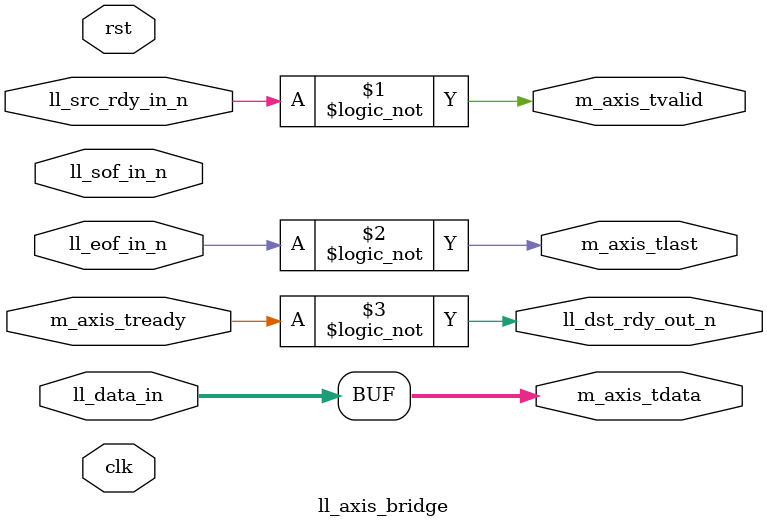
<source format=v>


`resetall
`timescale 1ns / 1ps
`default_nettype none

/*
 * LocalLink to AXI4-Stream bridge
 */
module ll_axis_bridge #
(
    parameter DATA_WIDTH = 8
)
(
    input  wire                   clk,
    input  wire                   rst,

    /*
     * LocalLink input
     */
    input  wire [DATA_WIDTH-1:0]  ll_data_in,
    input  wire                   ll_sof_in_n,
    input  wire                   ll_eof_in_n,
    input  wire                   ll_src_rdy_in_n,
    output wire                   ll_dst_rdy_out_n,

    /*
     * AXI output
     */
    output wire [DATA_WIDTH-1:0]  m_axis_tdata,
    output wire                   m_axis_tvalid,
    input  wire                   m_axis_tready,
    output wire                   m_axis_tlast
);

assign m_axis_tdata = ll_data_in;
assign m_axis_tvalid = !ll_src_rdy_in_n;
assign m_axis_tlast = !ll_eof_in_n;

assign ll_dst_rdy_out_n = !m_axis_tready;

endmodule

`resetall

</source>
